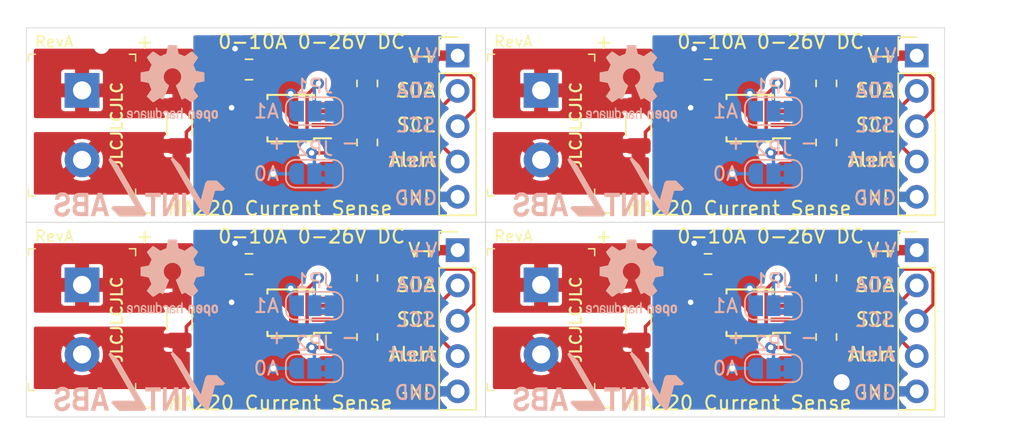
<source format=kicad_pcb>
(kicad_pcb (version 20171130) (host pcbnew 5.1.8)
  (layers (0 F.Cu signal) (31 B.Cu signal) (34 B.Paste user) (35 F.Paste user) (36 B.SilkS user) (37 F.SilkS user) (38 B.Mask user) (39 F.Mask user) (44 Edge.Cuts user))
  (net 0 "")
  (net 1 GND)
  (net 2 +3V3)
  (net 3 !ALERT)
  (net 4 SCL)
  (net 5 SDA)
  (net 6 Load-)
  (net 7 Load+)
  (net 8 A1)
  (net 9 A0)
  (module CurrentSenseModule:1.152mmHole (layer F.Cu) (at 199 69)
    (fp_text reference REF** hide)
    (fp_text value 1.152mmHole)
    (pad "" np_thru_hole circle (at 0 0) (size 1.152 1.152) (drill 1.152) (layers *.Cu *.Mask))
  )
  (module CurrentSenseModule:1.152mmHole (layer F.Cu) (at 145.8 44.8)
    (fp_text reference REF** hide)
    (fp_text value 1.152mmHole)
    (pad "" np_thru_hole circle (at 0 0) (size 1.152 1.152) (drill 1.152) (layers *.Cu *.Mask))
  )
  (module Symbol:OSHW-Logo2_7.3x6mm_SilkScreen (layer B.Cu) (at 150.9 47.5 180)
    (fp_text reference REF** hide)
    (fp_text value OSHW-Logo2_7.3x6mm_SilkScreen hide)
  )
  (module CurrentSenseModule:logo-name-4mm (layer B.Cu) (at 148.4 55 180)
    (fp_text reference G*** hide)
    (fp_text value LOGO hide)
  )
  (module Package_SO:MSOP-10_3x3mm_P0.5mm (layer F.Cu) (at 159.4 50 180)
    (fp_text reference U1 hide)
    (fp_text value INA220)
    (pad 10 smd rect (at 2.2 -1 180) (size 1.4 0.3) (layers F.Cu F.Paste F.Mask) (net 7 Load+))
    (pad 9 smd rect (at 2.2 -0.5 180) (size 1.4 0.3) (layers F.Cu F.Paste F.Mask) (net 6 Load-))
    (pad 8 smd rect (at 2.2 0 180) (size 1.4 0.3) (layers F.Cu F.Paste F.Mask) (net 7 Load+))
    (pad 7 smd rect (at 2.2 0.5 180) (size 1.4 0.3) (layers F.Cu F.Paste F.Mask) (net 1 GND))
    (pad 6 smd rect (at 2.2 1 180) (size 1.4 0.3) (layers F.Cu F.Paste F.Mask) (net 2 +3V3))
    (pad 5 smd rect (at -2.2 1 180) (size 1.4 0.3) (layers F.Cu F.Paste F.Mask) (net 4 SCL))
    (pad 4 smd rect (at -2.2 0.5 180) (size 1.4 0.3) (layers F.Cu F.Paste F.Mask) (net 5 SDA))
    (pad 3 smd rect (at -2.2 0 180) (size 1.4 0.3) (layers F.Cu F.Paste F.Mask) (net 3 !ALERT))
    (pad 2 smd rect (at -2.2 -0.5 180) (size 1.4 0.3) (layers F.Cu F.Paste F.Mask) (net 9 A0))
    (pad 1 smd rect (at -2.2 -1 180) (size 1.4 0.3) (layers F.Cu F.Paste F.Mask) (net 8 A1))
  )
  (module Resistor_SMD:R_0805_2012Metric (layer F.Cu) (at 164.9 47.5 270)
    (fp_text reference R3 hide)
    (fp_text value 10k)
    (pad 2 smd roundrect (at 0.9125 0 270) (size 1.025 1.4) (layers F.Cu F.Paste F.Mask) (roundrect_rratio 0.2439004878048781) (net 4 SCL))
    (pad 1 smd roundrect (at -0.9125 0 270) (size 1.025 1.4) (layers F.Cu F.Paste F.Mask) (roundrect_rratio 0.2439004878048781) (net 2 +3V3))
  )
  (module Resistor_SMD:R_0805_2012Metric (layer F.Cu) (at 164.9 51.75 90)
    (fp_text reference R2 hide)
    (fp_text value 10k)
    (pad 2 smd roundrect (at 0.9125 0 90) (size 1.025 1.4) (layers F.Cu F.Paste F.Mask) (roundrect_rratio 0.2439004878048781) (net 5 SDA))
    (pad 1 smd roundrect (at -0.9125 0 90) (size 1.025 1.4) (layers F.Cu F.Paste F.Mask) (roundrect_rratio 0.2439004878048781) (net 2 +3V3))
  )
  (module Resistor_SMD:R_1206_3216Metric (layer F.Cu) (at 151.4 50.5375 270)
    (fp_text reference R1 hide)
    (fp_text value 5mΩ)
    (pad 2 smd roundrect (at 1.4625 0 270) (size 1.125 1.75) (layers F.Cu F.Paste F.Mask) (roundrect_rratio 0.2222204444444444) (net 6 Load-))
    (pad 1 smd roundrect (at -1.4625 0 270) (size 1.125 1.75) (layers F.Cu F.Paste F.Mask) (roundrect_rratio 0.2222204444444444) (net 7 Load+))
  )
  (module Jumper:SolderJumper-3_P1.3mm_Bridged2Bar12_RoundedPad1.0x1.5mm_NumberLabels (layer B.Cu) (at 161.1 54 180)
    (fp_text reference JP2 (at 0 1.8) (layer B.SilkS) (effects (justify mirror)))
    (fp_text value SolderJumper_3_Bridged12)
    (fp_poly (pts (xy -0.9 -0.2) (xy -0.4 -0.2) (xy -0.4 -0.6) (xy -0.9 -0.6)) (layer B.Cu) (width 0))
    (fp_poly (pts (xy -0.9 0.6) (xy -0.4 0.6) (xy -0.4 0.2) (xy -0.9 0.2)) (layer B.Cu) (width 0))
    (pad 1 smd custom (at -1.3 0 180) (size 1 0.5) (layers B.Cu B.Mask) (net 1 GND) (options (clearance outline) (anchor rect)) (primitives (gr_circle (center 0 -0.25) (end 0.5 -0.25) (width 0)) (gr_circle (center 0 0.25) (end 0.5 0.25) (width 0)) (gr_poly (pts (xy 0.55 0.75) (xy 0 0.75) (xy 0 -0.75) (xy 0.55 -0.75)) (width 0))))
    (pad 2 smd rect (at 0 0 180) (size 1 1.5) (layers B.Cu B.Mask) (net 9 A0))
    (pad 3 smd custom (at 1.3 0 180) (size 1 0.5) (layers B.Cu B.Mask) (net 2 +3V3) (options (clearance outline) (anchor rect)) (primitives (gr_circle (center 0 -0.25) (end 0.5 -0.25) (width 0)) (gr_circle (center 0 0.25) (end 0.5 0.25) (width 0)) (gr_poly (pts (xy -0.55 0.75) (xy 0 0.75) (xy 0 -0.75) (xy -0.55 -0.75)) (width 0))))
  )
  (module Jumper:SolderJumper-3_P1.3mm_Bridged2Bar12_RoundedPad1.0x1.5mm_NumberLabels (layer B.Cu) (at 161.1 49.5 180)
    (fp_text reference JP1 (at 0 1.8) (layer B.SilkS) (effects (justify mirror)))
    (fp_text value SolderJumper_3_Bridged12)
    (fp_poly (pts (xy -0.9 -0.2) (xy -0.4 -0.2) (xy -0.4 -0.6) (xy -0.9 -0.6)) (layer B.Cu) (width 0))
    (fp_poly (pts (xy -0.9 0.6) (xy -0.4 0.6) (xy -0.4 0.2) (xy -0.9 0.2)) (layer B.Cu) (width 0))
    (pad 1 smd custom (at -1.3 0 180) (size 1 0.5) (layers B.Cu B.Mask) (net 1 GND) (options (clearance outline) (anchor rect)) (primitives (gr_circle (center 0 -0.25) (end 0.5 -0.25) (width 0)) (gr_circle (center 0 0.25) (end 0.5 0.25) (width 0)) (gr_poly (pts (xy 0.55 0.75) (xy 0 0.75) (xy 0 -0.75) (xy 0.55 -0.75)) (width 0))))
    (pad 2 smd rect (at 0 0 180) (size 1 1.5) (layers B.Cu B.Mask) (net 8 A1))
    (pad 3 smd custom (at 1.3 0 180) (size 1 0.5) (layers B.Cu B.Mask) (net 2 +3V3) (options (clearance outline) (anchor rect)) (primitives (gr_circle (center 0 -0.25) (end 0.5 -0.25) (width 0)) (gr_circle (center 0 0.25) (end 0.5 0.25) (width 0)) (gr_poly (pts (xy -0.55 0.75) (xy 0 0.75) (xy 0 -0.75) (xy -0.55 -0.75)) (width 0))))
  )
  (module digikey-footprints:Term_Block_1x2_P5mm (layer F.Cu) (at 144.4 48 270)
    (fp_text reference J2 hide)
    (fp_text value Screw_Terminal_01x02)
    (pad 2 thru_hole circle (at 5 0 270) (size 2.5 2.5) (drill 1.3) (layers *.Cu *.Mask) (net 6 Load-))
    (pad 1 thru_hole rect (at 0 0 270) (size 2.5 2.5) (drill 1.3) (layers *.Cu *.Mask) (net 7 Load+))
  )
  (module Connector_PinHeader_2.54mm:PinHeader_1x05_P2.54mm_Vertical (layer F.Cu) (at 171.4 45.5)
    (fp_text reference J1 hide)
    (fp_text value Conn_01x05_Female)
    (pad 5 thru_hole oval (at 0 10.16) (size 1.7 1.7) (drill 1) (layers *.Cu *.Mask) (net 1 GND))
    (pad 4 thru_hole oval (at 0 7.62) (size 1.7 1.7) (drill 1) (layers *.Cu *.Mask) (net 3 !ALERT))
    (pad 3 thru_hole oval (at 0 5.08) (size 1.7 1.7) (drill 1) (layers *.Cu *.Mask) (net 4 SCL))
    (pad 2 thru_hole oval (at 0 2.54) (size 1.7 1.7) (drill 1) (layers *.Cu *.Mask) (net 5 SDA))
    (pad 1 thru_hole rect (at 0 0) (size 1.7 1.7) (drill 1) (layers *.Cu *.Mask) (net 2 +3V3))
  )
  (module Capacitor_SMD:C_0805_2012Metric (layer F.Cu) (at 156.4 46.5 180)
    (fp_text reference C1 hide)
    (fp_text value 0.1uF)
    (pad 2 smd roundrect (at 0.95 0 180) (size 1 1.45) (layers F.Cu F.Paste F.Mask) (net 1 GND))
    (pad 1 smd roundrect (at -0.95 0 180) (size 1 1.45) (layers F.Cu F.Paste F.Mask) (net 2 +3V3))
  )
  (module Symbol:OSHW-Logo2_7.3x6mm_SilkScreen (layer B.Cu) (at 150.9 61.5 180)
    (fp_text reference REF** hide)
    (fp_text value OSHW-Logo2_7.3x6mm_SilkScreen hide)
  )
  (module CurrentSenseModule:logo-name-4mm (layer B.Cu) (at 148.4 69 180)
    (fp_text reference G*** hide)
    (fp_text value LOGO hide)
  )
  (module Package_SO:MSOP-10_3x3mm_P0.5mm (layer F.Cu) (at 159.4 64 180)
    (fp_text reference U21 hide)
    (fp_text value INA220)
    (pad 10 smd rect (at 2.2 -1 180) (size 1.4 0.3) (layers F.Cu F.Paste F.Mask) (net 7 Load+))
    (pad 9 smd rect (at 2.2 -0.5 180) (size 1.4 0.3) (layers F.Cu F.Paste F.Mask) (net 6 Load-))
    (pad 8 smd rect (at 2.2 0 180) (size 1.4 0.3) (layers F.Cu F.Paste F.Mask) (net 7 Load+))
    (pad 7 smd rect (at 2.2 0.5 180) (size 1.4 0.3) (layers F.Cu F.Paste F.Mask) (net 1 GND))
    (pad 6 smd rect (at 2.2 1 180) (size 1.4 0.3) (layers F.Cu F.Paste F.Mask) (net 2 +3V3))
    (pad 5 smd rect (at -2.2 1 180) (size 1.4 0.3) (layers F.Cu F.Paste F.Mask) (net 4 SCL))
    (pad 4 smd rect (at -2.2 0.5 180) (size 1.4 0.3) (layers F.Cu F.Paste F.Mask) (net 5 SDA))
    (pad 3 smd rect (at -2.2 0 180) (size 1.4 0.3) (layers F.Cu F.Paste F.Mask) (net 3 !ALERT))
    (pad 2 smd rect (at -2.2 -0.5 180) (size 1.4 0.3) (layers F.Cu F.Paste F.Mask) (net 9 A0))
    (pad 1 smd rect (at -2.2 -1 180) (size 1.4 0.3) (layers F.Cu F.Paste F.Mask) (net 8 A1))
  )
  (module Resistor_SMD:R_0805_2012Metric (layer F.Cu) (at 164.9 61.5 270)
    (fp_text reference R23 hide)
    (fp_text value 10k)
    (pad 2 smd roundrect (at 0.9125 0 270) (size 1.025 1.4) (layers F.Cu F.Paste F.Mask) (roundrect_rratio 0.2439004878048781) (net 4 SCL))
    (pad 1 smd roundrect (at -0.9125 0 270) (size 1.025 1.4) (layers F.Cu F.Paste F.Mask) (roundrect_rratio 0.2439004878048781) (net 2 +3V3))
  )
  (module Resistor_SMD:R_0805_2012Metric (layer F.Cu) (at 164.9 65.75 90)
    (fp_text reference R22 hide)
    (fp_text value 10k)
    (pad 2 smd roundrect (at 0.9125 0 90) (size 1.025 1.4) (layers F.Cu F.Paste F.Mask) (roundrect_rratio 0.2439004878048781) (net 5 SDA))
    (pad 1 smd roundrect (at -0.9125 0 90) (size 1.025 1.4) (layers F.Cu F.Paste F.Mask) (roundrect_rratio 0.2439004878048781) (net 2 +3V3))
  )
  (module Resistor_SMD:R_1206_3216Metric (layer F.Cu) (at 151.4 64.5375 270)
    (fp_text reference R21 hide)
    (fp_text value 5mΩ)
    (pad 2 smd roundrect (at 1.4625 0 270) (size 1.125 1.75) (layers F.Cu F.Paste F.Mask) (roundrect_rratio 0.2222204444444444) (net 6 Load-))
    (pad 1 smd roundrect (at -1.4625 0 270) (size 1.125 1.75) (layers F.Cu F.Paste F.Mask) (roundrect_rratio 0.2222204444444444) (net 7 Load+))
  )
  (module Jumper:SolderJumper-3_P1.3mm_Bridged2Bar12_RoundedPad1.0x1.5mm_NumberLabels (layer B.Cu) (at 161.1 68 180)
    (fp_text reference JP2 (at 0 1.8) (layer B.SilkS) (effects (justify mirror)))
    (fp_text value SolderJumper_3_Bridged12)
    (fp_poly (pts (xy -0.9 -0.2) (xy -0.4 -0.2) (xy -0.4 -0.6) (xy -0.9 -0.6)) (layer B.Cu) (width 0))
    (fp_poly (pts (xy -0.9 0.6) (xy -0.4 0.6) (xy -0.4 0.2) (xy -0.9 0.2)) (layer B.Cu) (width 0))
    (pad 1 smd custom (at -1.3 0 180) (size 1 0.5) (layers B.Cu B.Mask) (net 1 GND) (options (clearance outline) (anchor rect)) (primitives (gr_circle (center 0 -0.25) (end 0.5 -0.25) (width 0)) (gr_circle (center 0 0.25) (end 0.5 0.25) (width 0)) (gr_poly (pts (xy 0.55 0.75) (xy 0 0.75) (xy 0 -0.75) (xy 0.55 -0.75)) (width 0))))
    (pad 2 smd rect (at 0 0 180) (size 1 1.5) (layers B.Cu B.Mask) (net 9 A0))
    (pad 3 smd custom (at 1.3 0 180) (size 1 0.5) (layers B.Cu B.Mask) (net 2 +3V3) (options (clearance outline) (anchor rect)) (primitives (gr_circle (center 0 -0.25) (end 0.5 -0.25) (width 0)) (gr_circle (center 0 0.25) (end 0.5 0.25) (width 0)) (gr_poly (pts (xy -0.55 0.75) (xy 0 0.75) (xy 0 -0.75) (xy -0.55 -0.75)) (width 0))))
  )
  (module Jumper:SolderJumper-3_P1.3mm_Bridged2Bar12_RoundedPad1.0x1.5mm_NumberLabels (layer B.Cu) (at 161.1 63.5 180)
    (fp_text reference JP1 (at 0 1.8) (layer B.SilkS) (effects (justify mirror)))
    (fp_text value SolderJumper_3_Bridged12)
    (fp_poly (pts (xy -0.9 -0.2) (xy -0.4 -0.2) (xy -0.4 -0.6) (xy -0.9 -0.6)) (layer B.Cu) (width 0))
    (fp_poly (pts (xy -0.9 0.6) (xy -0.4 0.6) (xy -0.4 0.2) (xy -0.9 0.2)) (layer B.Cu) (width 0))
    (pad 1 smd custom (at -1.3 0 180) (size 1 0.5) (layers B.Cu B.Mask) (net 1 GND) (options (clearance outline) (anchor rect)) (primitives (gr_circle (center 0 -0.25) (end 0.5 -0.25) (width 0)) (gr_circle (center 0 0.25) (end 0.5 0.25) (width 0)) (gr_poly (pts (xy 0.55 0.75) (xy 0 0.75) (xy 0 -0.75) (xy 0.55 -0.75)) (width 0))))
    (pad 2 smd rect (at 0 0 180) (size 1 1.5) (layers B.Cu B.Mask) (net 8 A1))
    (pad 3 smd custom (at 1.3 0 180) (size 1 0.5) (layers B.Cu B.Mask) (net 2 +3V3) (options (clearance outline) (anchor rect)) (primitives (gr_circle (center 0 -0.25) (end 0.5 -0.25) (width 0)) (gr_circle (center 0 0.25) (end 0.5 0.25) (width 0)) (gr_poly (pts (xy -0.55 0.75) (xy 0 0.75) (xy 0 -0.75) (xy -0.55 -0.75)) (width 0))))
  )
  (module digikey-footprints:Term_Block_1x2_P5mm (layer F.Cu) (at 144.4 62 270)
    (fp_text reference J2 hide)
    (fp_text value Screw_Terminal_01x02)
    (pad 2 thru_hole circle (at 5 0 270) (size 2.5 2.5) (drill 1.3) (layers *.Cu *.Mask) (net 6 Load-))
    (pad 1 thru_hole rect (at 0 0 270) (size 2.5 2.5) (drill 1.3) (layers *.Cu *.Mask) (net 7 Load+))
  )
  (module Connector_PinHeader_2.54mm:PinHeader_1x05_P2.54mm_Vertical (layer F.Cu) (at 171.4 59.5)
    (fp_text reference J1 hide)
    (fp_text value Conn_01x05_Female)
    (pad 5 thru_hole oval (at 0 10.16) (size 1.7 1.7) (drill 1) (layers *.Cu *.Mask) (net 1 GND))
    (pad 4 thru_hole oval (at 0 7.62) (size 1.7 1.7) (drill 1) (layers *.Cu *.Mask) (net 3 !ALERT))
    (pad 3 thru_hole oval (at 0 5.08) (size 1.7 1.7) (drill 1) (layers *.Cu *.Mask) (net 4 SCL))
    (pad 2 thru_hole oval (at 0 2.54) (size 1.7 1.7) (drill 1) (layers *.Cu *.Mask) (net 5 SDA))
    (pad 1 thru_hole rect (at 0 0) (size 1.7 1.7) (drill 1) (layers *.Cu *.Mask) (net 2 +3V3))
  )
  (module Capacitor_SMD:C_0805_2012Metric (layer F.Cu) (at 156.4 60.5 180)
    (fp_text reference C21 hide)
    (fp_text value 0.1uF)
    (pad 2 smd roundrect (at 0.95 0 180) (size 1 1.45) (layers F.Cu F.Paste F.Mask) (net 1 GND))
    (pad 1 smd roundrect (at -0.95 0 180) (size 1 1.45) (layers F.Cu F.Paste F.Mask) (net 2 +3V3))
  )
  (module Symbol:OSHW-Logo2_7.3x6mm_SilkScreen (layer B.Cu) (at 183.9 47.5 180)
    (fp_text reference REF** hide)
    (fp_text value OSHW-Logo2_7.3x6mm_SilkScreen hide)
  )
  (module CurrentSenseModule:logo-name-4mm (layer B.Cu) (at 181.4 55 180)
    (fp_text reference G*** hide)
    (fp_text value LOGO hide)
  )
  (module Package_SO:MSOP-10_3x3mm_P0.5mm (layer F.Cu) (at 192.4 50 180)
    (fp_text reference U11 hide)
    (fp_text value INA220)
    (pad 10 smd rect (at 2.2 -1 180) (size 1.4 0.3) (layers F.Cu F.Paste F.Mask) (net 7 Load+))
    (pad 9 smd rect (at 2.2 -0.5 180) (size 1.4 0.3) (layers F.Cu F.Paste F.Mask) (net 6 Load-))
    (pad 8 smd rect (at 2.2 0 180) (size 1.4 0.3) (layers F.Cu F.Paste F.Mask) (net 7 Load+))
    (pad 7 smd rect (at 2.2 0.5 180) (size 1.4 0.3) (layers F.Cu F.Paste F.Mask) (net 1 GND))
    (pad 6 smd rect (at 2.2 1 180) (size 1.4 0.3) (layers F.Cu F.Paste F.Mask) (net 2 +3V3))
    (pad 5 smd rect (at -2.2 1 180) (size 1.4 0.3) (layers F.Cu F.Paste F.Mask) (net 4 SCL))
    (pad 4 smd rect (at -2.2 0.5 180) (size 1.4 0.3) (layers F.Cu F.Paste F.Mask) (net 5 SDA))
    (pad 3 smd rect (at -2.2 0 180) (size 1.4 0.3) (layers F.Cu F.Paste F.Mask) (net 3 !ALERT))
    (pad 2 smd rect (at -2.2 -0.5 180) (size 1.4 0.3) (layers F.Cu F.Paste F.Mask) (net 9 A0))
    (pad 1 smd rect (at -2.2 -1 180) (size 1.4 0.3) (layers F.Cu F.Paste F.Mask) (net 8 A1))
  )
  (module Resistor_SMD:R_0805_2012Metric (layer F.Cu) (at 197.9 47.5 270)
    (fp_text reference R13 hide)
    (fp_text value 10k)
    (pad 2 smd roundrect (at 0.9125 0 270) (size 1.025 1.4) (layers F.Cu F.Paste F.Mask) (roundrect_rratio 0.2439004878048781) (net 4 SCL))
    (pad 1 smd roundrect (at -0.9125 0 270) (size 1.025 1.4) (layers F.Cu F.Paste F.Mask) (roundrect_rratio 0.2439004878048781) (net 2 +3V3))
  )
  (module Resistor_SMD:R_0805_2012Metric (layer F.Cu) (at 197.9 51.75 90)
    (fp_text reference R12 hide)
    (fp_text value 10k)
    (pad 2 smd roundrect (at 0.9125 0 90) (size 1.025 1.4) (layers F.Cu F.Paste F.Mask) (roundrect_rratio 0.2439004878048781) (net 5 SDA))
    (pad 1 smd roundrect (at -0.9125 0 90) (size 1.025 1.4) (layers F.Cu F.Paste F.Mask) (roundrect_rratio 0.2439004878048781) (net 2 +3V3))
  )
  (module Resistor_SMD:R_1206_3216Metric (layer F.Cu) (at 184.4 50.5375 270)
    (fp_text reference R11 hide)
    (fp_text value 5mΩ)
    (pad 2 smd roundrect (at 1.4625 0 270) (size 1.125 1.75) (layers F.Cu F.Paste F.Mask) (roundrect_rratio 0.2222204444444444) (net 6 Load-))
    (pad 1 smd roundrect (at -1.4625 0 270) (size 1.125 1.75) (layers F.Cu F.Paste F.Mask) (roundrect_rratio 0.2222204444444444) (net 7 Load+))
  )
  (module Jumper:SolderJumper-3_P1.3mm_Bridged2Bar12_RoundedPad1.0x1.5mm_NumberLabels (layer B.Cu) (at 194.1 54 180)
    (fp_text reference JP2 (at 0 1.8) (layer B.SilkS) (effects (justify mirror)))
    (fp_text value SolderJumper_3_Bridged12)
    (fp_poly (pts (xy -0.9 -0.2) (xy -0.4 -0.2) (xy -0.4 -0.6) (xy -0.9 -0.6)) (layer B.Cu) (width 0))
    (fp_poly (pts (xy -0.9 0.6) (xy -0.4 0.6) (xy -0.4 0.2) (xy -0.9 0.2)) (layer B.Cu) (width 0))
    (pad 1 smd custom (at -1.3 0 180) (size 1 0.5) (layers B.Cu B.Mask) (net 1 GND) (options (clearance outline) (anchor rect)) (primitives (gr_circle (center 0 -0.25) (end 0.5 -0.25) (width 0)) (gr_circle (center 0 0.25) (end 0.5 0.25) (width 0)) (gr_poly (pts (xy 0.55 0.75) (xy 0 0.75) (xy 0 -0.75) (xy 0.55 -0.75)) (width 0))))
    (pad 2 smd rect (at 0 0 180) (size 1 1.5) (layers B.Cu B.Mask) (net 9 A0))
    (pad 3 smd custom (at 1.3 0 180) (size 1 0.5) (layers B.Cu B.Mask) (net 2 +3V3) (options (clearance outline) (anchor rect)) (primitives (gr_circle (center 0 -0.25) (end 0.5 -0.25) (width 0)) (gr_circle (center 0 0.25) (end 0.5 0.25) (width 0)) (gr_poly (pts (xy -0.55 0.75) (xy 0 0.75) (xy 0 -0.75) (xy -0.55 -0.75)) (width 0))))
  )
  (module Jumper:SolderJumper-3_P1.3mm_Bridged2Bar12_RoundedPad1.0x1.5mm_NumberLabels (layer B.Cu) (at 194.1 49.5 180)
    (fp_text reference JP1 (at 0 1.8) (layer B.SilkS) (effects (justify mirror)))
    (fp_text value SolderJumper_3_Bridged12)
    (fp_poly (pts (xy -0.9 -0.2) (xy -0.4 -0.2) (xy -0.4 -0.6) (xy -0.9 -0.6)) (layer B.Cu) (width 0))
    (fp_poly (pts (xy -0.9 0.6) (xy -0.4 0.6) (xy -0.4 0.2) (xy -0.9 0.2)) (layer B.Cu) (width 0))
    (pad 1 smd custom (at -1.3 0 180) (size 1 0.5) (layers B.Cu B.Mask) (net 1 GND) (options (clearance outline) (anchor rect)) (primitives (gr_circle (center 0 -0.25) (end 0.5 -0.25) (width 0)) (gr_circle (center 0 0.25) (end 0.5 0.25) (width 0)) (gr_poly (pts (xy 0.55 0.75) (xy 0 0.75) (xy 0 -0.75) (xy 0.55 -0.75)) (width 0))))
    (pad 2 smd rect (at 0 0 180) (size 1 1.5) (layers B.Cu B.Mask) (net 8 A1))
    (pad 3 smd custom (at 1.3 0 180) (size 1 0.5) (layers B.Cu B.Mask) (net 2 +3V3) (options (clearance outline) (anchor rect)) (primitives (gr_circle (center 0 -0.25) (end 0.5 -0.25) (width 0)) (gr_circle (center 0 0.25) (end 0.5 0.25) (width 0)) (gr_poly (pts (xy -0.55 0.75) (xy 0 0.75) (xy 0 -0.75) (xy -0.55 -0.75)) (width 0))))
  )
  (module digikey-footprints:Term_Block_1x2_P5mm (layer F.Cu) (at 177.4 48 270)
    (fp_text reference J2 hide)
    (fp_text value Screw_Terminal_01x02)
    (pad 2 thru_hole circle (at 5 0 270) (size 2.5 2.5) (drill 1.3) (layers *.Cu *.Mask) (net 6 Load-))
    (pad 1 thru_hole rect (at 0 0 270) (size 2.5 2.5) (drill 1.3) (layers *.Cu *.Mask) (net 7 Load+))
  )
  (module Connector_PinHeader_2.54mm:PinHeader_1x05_P2.54mm_Vertical (layer F.Cu) (at 204.4 45.5)
    (fp_text reference J1 hide)
    (fp_text value Conn_01x05_Female)
    (pad 5 thru_hole oval (at 0 10.16) (size 1.7 1.7) (drill 1) (layers *.Cu *.Mask) (net 1 GND))
    (pad 4 thru_hole oval (at 0 7.62) (size 1.7 1.7) (drill 1) (layers *.Cu *.Mask) (net 3 !ALERT))
    (pad 3 thru_hole oval (at 0 5.08) (size 1.7 1.7) (drill 1) (layers *.Cu *.Mask) (net 4 SCL))
    (pad 2 thru_hole oval (at 0 2.54) (size 1.7 1.7) (drill 1) (layers *.Cu *.Mask) (net 5 SDA))
    (pad 1 thru_hole rect (at 0 0) (size 1.7 1.7) (drill 1) (layers *.Cu *.Mask) (net 2 +3V3))
  )
  (module Capacitor_SMD:C_0805_2012Metric (layer F.Cu) (at 189.4 46.5 180)
    (fp_text reference C11 hide)
    (fp_text value 0.1uF)
    (pad 2 smd roundrect (at 0.95 0 180) (size 1 1.45) (layers F.Cu F.Paste F.Mask) (net 1 GND))
    (pad 1 smd roundrect (at -0.95 0 180) (size 1 1.45) (layers F.Cu F.Paste F.Mask) (net 2 +3V3))
  )
  (module Symbol:OSHW-Logo2_7.3x6mm_SilkScreen (layer B.Cu) (at 183.9 61.5 180)
    (fp_text reference REF** hide)
    (fp_text value OSHW-Logo2_7.3x6mm_SilkScreen hide)
  )
  (module CurrentSenseModule:logo-name-4mm (layer B.Cu) (at 181.4 69 180)
    (fp_text reference G*** hide)
    (fp_text value LOGO hide)
  )
  (module Package_SO:MSOP-10_3x3mm_P0.5mm (layer F.Cu) (at 192.4 64 180)
    (fp_text reference U31 hide)
    (fp_text value INA220)
    (pad 10 smd rect (at 2.2 -1 180) (size 1.4 0.3) (layers F.Cu F.Paste F.Mask) (net 7 Load+))
    (pad 9 smd rect (at 2.2 -0.5 180) (size 1.4 0.3) (layers F.Cu F.Paste F.Mask) (net 6 Load-))
    (pad 8 smd rect (at 2.2 0 180) (size 1.4 0.3) (layers F.Cu F.Paste F.Mask) (net 7 Load+))
    (pad 7 smd rect (at 2.2 0.5 180) (size 1.4 0.3) (layers F.Cu F.Paste F.Mask) (net 1 GND))
    (pad 6 smd rect (at 2.2 1 180) (size 1.4 0.3) (layers F.Cu F.Paste F.Mask) (net 2 +3V3))
    (pad 5 smd rect (at -2.2 1 180) (size 1.4 0.3) (layers F.Cu F.Paste F.Mask) (net 4 SCL))
    (pad 4 smd rect (at -2.2 0.5 180) (size 1.4 0.3) (layers F.Cu F.Paste F.Mask) (net 5 SDA))
    (pad 3 smd rect (at -2.2 0 180) (size 1.4 0.3) (layers F.Cu F.Paste F.Mask) (net 3 !ALERT))
    (pad 2 smd rect (at -2.2 -0.5 180) (size 1.4 0.3) (layers F.Cu F.Paste F.Mask) (net 9 A0))
    (pad 1 smd rect (at -2.2 -1 180) (size 1.4 0.3) (layers F.Cu F.Paste F.Mask) (net 8 A1))
  )
  (module Resistor_SMD:R_0805_2012Metric (layer F.Cu) (at 197.9 61.5 270)
    (fp_text reference R33 hide)
    (fp_text value 10k)
    (pad 2 smd roundrect (at 0.9125 0 270) (size 1.025 1.4) (layers F.Cu F.Paste F.Mask) (roundrect_rratio 0.2439004878048781) (net 4 SCL))
    (pad 1 smd roundrect (at -0.9125 0 270) (size 1.025 1.4) (layers F.Cu F.Paste F.Mask) (roundrect_rratio 0.2439004878048781) (net 2 +3V3))
  )
  (module Resistor_SMD:R_0805_2012Metric (layer F.Cu) (at 197.9 65.75 90)
    (fp_text reference R32 hide)
    (fp_text value 10k)
    (pad 2 smd roundrect (at 0.9125 0 90) (size 1.025 1.4) (layers F.Cu F.Paste F.Mask) (roundrect_rratio 0.2439004878048781) (net 5 SDA))
    (pad 1 smd roundrect (at -0.9125 0 90) (size 1.025 1.4) (layers F.Cu F.Paste F.Mask) (roundrect_rratio 0.2439004878048781) (net 2 +3V3))
  )
  (module Resistor_SMD:R_1206_3216Metric (layer F.Cu) (at 184.4 64.5375 270)
    (fp_text reference R31 hide)
    (fp_text value 5mΩ)
    (pad 2 smd roundrect (at 1.4625 0 270) (size 1.125 1.75) (layers F.Cu F.Paste F.Mask) (roundrect_rratio 0.2222204444444444) (net 6 Load-))
    (pad 1 smd roundrect (at -1.4625 0 270) (size 1.125 1.75) (layers F.Cu F.Paste F.Mask) (roundrect_rratio 0.2222204444444444) (net 7 Load+))
  )
  (module Jumper:SolderJumper-3_P1.3mm_Bridged2Bar12_RoundedPad1.0x1.5mm_NumberLabels (layer B.Cu) (at 194.1 68 180)
    (fp_text reference JP2 (at 0 1.8) (layer B.SilkS) (effects (justify mirror)))
    (fp_text value SolderJumper_3_Bridged12)
    (fp_poly (pts (xy -0.9 -0.2) (xy -0.4 -0.2) (xy -0.4 -0.6) (xy -0.9 -0.6)) (layer B.Cu) (width 0))
    (fp_poly (pts (xy -0.9 0.6) (xy -0.4 0.6) (xy -0.4 0.2) (xy -0.9 0.2)) (layer B.Cu) (width 0))
    (pad 1 smd custom (at -1.3 0 180) (size 1 0.5) (layers B.Cu B.Mask) (net 1 GND) (options (clearance outline) (anchor rect)) (primitives (gr_circle (center 0 -0.25) (end 0.5 -0.25) (width 0)) (gr_circle (center 0 0.25) (end 0.5 0.25) (width 0)) (gr_poly (pts (xy 0.55 0.75) (xy 0 0.75) (xy 0 -0.75) (xy 0.55 -0.75)) (width 0))))
    (pad 2 smd rect (at 0 0 180) (size 1 1.5) (layers B.Cu B.Mask) (net 9 A0))
    (pad 3 smd custom (at 1.3 0 180) (size 1 0.5) (layers B.Cu B.Mask) (net 2 +3V3) (options (clearance outline) (anchor rect)) (primitives (gr_circle (center 0 -0.25) (end 0.5 -0.25) (width 0)) (gr_circle (center 0 0.25) (end 0.5 0.25) (width 0)) (gr_poly (pts (xy -0.55 0.75) (xy 0 0.75) (xy 0 -0.75) (xy -0.55 -0.75)) (width 0))))
  )
  (module Jumper:SolderJumper-3_P1.3mm_Bridged2Bar12_RoundedPad1.0x1.5mm_NumberLabels (layer B.Cu) (at 194.1 63.5 180)
    (fp_text reference JP1 (at 0 1.8) (layer B.SilkS) (effects (justify mirror)))
    (fp_text value SolderJumper_3_Bridged12)
    (fp_poly (pts (xy -0.9 -0.2) (xy -0.4 -0.2) (xy -0.4 -0.6) (xy -0.9 -0.6)) (layer B.Cu) (width 0))
    (fp_poly (pts (xy -0.9 0.6) (xy -0.4 0.6) (xy -0.4 0.2) (xy -0.9 0.2)) (layer B.Cu) (width 0))
    (pad 1 smd custom (at -1.3 0 180) (size 1 0.5) (layers B.Cu B.Mask) (net 1 GND) (options (clearance outline) (anchor rect)) (primitives (gr_circle (center 0 -0.25) (end 0.5 -0.25) (width 0)) (gr_circle (center 0 0.25) (end 0.5 0.25) (width 0)) (gr_poly (pts (xy 0.55 0.75) (xy 0 0.75) (xy 0 -0.75) (xy 0.55 -0.75)) (width 0))))
    (pad 2 smd rect (at 0 0 180) (size 1 1.5) (layers B.Cu B.Mask) (net 8 A1))
    (pad 3 smd custom (at 1.3 0 180) (size 1 0.5) (layers B.Cu B.Mask) (net 2 +3V3) (options (clearance outline) (anchor rect)) (primitives (gr_circle (center 0 -0.25) (end 0.5 -0.25) (width 0)) (gr_circle (center 0 0.25) (end 0.5 0.25) (width 0)) (gr_poly (pts (xy -0.55 0.75) (xy 0 0.75) (xy 0 -0.75) (xy -0.55 -0.75)) (width 0))))
  )
  (module digikey-footprints:Term_Block_1x2_P5mm (layer F.Cu) (at 177.4 62 270)
    (fp_text reference J2 hide)
    (fp_text value Screw_Terminal_01x02)
    (pad 2 thru_hole circle (at 5 0 270) (size 2.5 2.5) (drill 1.3) (layers *.Cu *.Mask) (net 6 Load-))
    (pad 1 thru_hole rect (at 0 0 270) (size 2.5 2.5) (drill 1.3) (layers *.Cu *.Mask) (net 7 Load+))
  )
  (module Connector_PinHeader_2.54mm:PinHeader_1x05_P2.54mm_Vertical (layer F.Cu) (at 204.4 59.5)
    (fp_text reference J1 hide)
    (fp_text value Conn_01x05_Female)
    (pad 5 thru_hole oval (at 0 10.16) (size 1.7 1.7) (drill 1) (layers *.Cu *.Mask) (net 1 GND))
    (pad 4 thru_hole oval (at 0 7.62) (size 1.7 1.7) (drill 1) (layers *.Cu *.Mask) (net 3 !ALERT))
    (pad 3 thru_hole oval (at 0 5.08) (size 1.7 1.7) (drill 1) (layers *.Cu *.Mask) (net 4 SCL))
    (pad 2 thru_hole oval (at 0 2.54) (size 1.7 1.7) (drill 1) (layers *.Cu *.Mask) (net 5 SDA))
    (pad 1 thru_hole rect (at 0 0) (size 1.7 1.7) (drill 1) (layers *.Cu *.Mask) (net 2 +3V3))
  )
  (module Capacitor_SMD:C_0805_2012Metric (layer F.Cu) (at 189.4 60.5 180)
    (fp_text reference C31 hide)
    (fp_text value 0.1uF)
    (pad 2 smd roundrect (at 0.95 0 180) (size 1 1.45) (layers F.Cu F.Paste F.Mask) (net 1 GND))
    (pad 1 smd roundrect (at -0.95 0 180) (size 1 1.45) (layers F.Cu F.Paste F.Mask) (net 2 +3V3))
  )
  (gr_text JLCJLCJLC (at 146.9 50.5 90) (layer F.SilkS) (effects (font (size 0.8 0.8))))
  (gr_text RevA (at 142.4 44.5) (layer F.SilkS) (effects (font (size 0.8 0.8) (thickness 0.11))))
  (gr_text "0-10A 0-26V DC" (at 160.9 44.5) (layer F.SilkS) (effects (font (size 1 1))))
  (gr_text "INA220 Current Sense" (at 158.4 56.5) (layer F.SilkS) (effects (font (size 1 1))))
  (gr_text GND (at 168.4 55.75) (layer B.SilkS) (effects (font (size 1 1)) (justify mirror)))
  (gr_text Alert (at 168.15 53) (layer B.SilkS) (effects (font (size 1 1)) (justify mirror)))
  (gr_text SCL (at 168.4 50.5) (layer B.SilkS) (effects (font (size 1 1)) (justify mirror)))
  (gr_text SDA (at 168.4 48) (layer B.SilkS) (effects (font (size 1 1)) (justify mirror)))
  (gr_text V+ (at 168.9 45.5) (layer B.SilkS) (effects (font (size 1 1)) (justify mirror)))
  (gr_text GND (at 168.4 55.75) (layer F.SilkS) (effects (font (size 1 1))))
  (gr_text Alert (at 168.15 53) (layer F.SilkS) (effects (font (size 1 1))))
  (gr_text SCL (at 168.4 50.5) (layer F.SilkS) (effects (font (size 1 1))))
  (gr_text SDA (at 168.4 48) (layer F.SilkS) (effects (font (size 1 1))))
  (gr_text V+ (at 168.9 45.5) (layer F.SilkS) (effects (font (size 1 1))))
  (gr_text - (at 148.9 56.75) (layer F.SilkS) (effects (font (size 1 1))))
  (gr_text + (at 148.9 44.5) (layer F.SilkS) (effects (font (size 1 1))))
  (gr_text A0 (at 157.65 54) (layer B.SilkS) (effects (font (size 1 1)) (justify mirror)))
  (gr_text A1 (at 157.65 49.5) (layer B.SilkS) (effects (font (size 1 1)) (justify mirror)))
  (gr_text - (at 163.65 51.75) (layer B.SilkS) (effects (font (size 1 1)) (justify mirror)))
  (gr_text + (at 158.4 51.75) (layer B.SilkS) (effects (font (size 1 1)) (justify mirror)))
  (gr_line (start 140.4 57.5) (end 140.4 43.5) (layer Edge.Cuts) (width 0.05))
  (gr_line (start 173.4 57.5) (end 140.4 57.5) (layer Edge.Cuts) (width 0.05))
  (gr_line (start 173.4 43.5) (end 173.4 57.5) (layer Edge.Cuts) (width 0.05))
  (gr_line (start 140.4 43.5) (end 173.4 43.5) (layer Edge.Cuts) (width 0.05))
  (gr_text JLCJLCJLC (at 146.9 64.5 90) (layer F.SilkS) (effects (font (size 0.8 0.8))))
  (gr_text RevA (at 142.4 58.5) (layer F.SilkS) (effects (font (size 0.8 0.8) (thickness 0.11))))
  (gr_text "0-10A 0-26V DC" (at 160.9 58.5) (layer F.SilkS) (effects (font (size 1 1))))
  (gr_text "INA220 Current Sense" (at 158.4 70.5) (layer F.SilkS) (effects (font (size 1 1))))
  (gr_text GND (at 168.4 69.75) (layer B.SilkS) (effects (font (size 1 1)) (justify mirror)))
  (gr_text Alert (at 168.15 67) (layer B.SilkS) (effects (font (size 1 1)) (justify mirror)))
  (gr_text SCL (at 168.4 64.5) (layer B.SilkS) (effects (font (size 1 1)) (justify mirror)))
  (gr_text SDA (at 168.4 62) (layer B.SilkS) (effects (font (size 1 1)) (justify mirror)))
  (gr_text V+ (at 168.9 59.5) (layer B.SilkS) (effects (font (size 1 1)) (justify mirror)))
  (gr_text GND (at 168.4 69.75) (layer F.SilkS) (effects (font (size 1 1))))
  (gr_text Alert (at 168.15 67) (layer F.SilkS) (effects (font (size 1 1))))
  (gr_text SCL (at 168.4 64.5) (layer F.SilkS) (effects (font (size 1 1))))
  (gr_text SDA (at 168.4 62) (layer F.SilkS) (effects (font (size 1 1))))
  (gr_text V+ (at 168.9 59.5) (layer F.SilkS) (effects (font (size 1 1))))
  (gr_text - (at 148.9 70.75) (layer F.SilkS) (effects (font (size 1 1))))
  (gr_text + (at 148.9 58.5) (layer F.SilkS) (effects (font (size 1 1))))
  (gr_text A0 (at 157.65 68) (layer B.SilkS) (effects (font (size 1 1)) (justify mirror)))
  (gr_text A1 (at 157.65 63.5) (layer B.SilkS) (effects (font (size 1 1)) (justify mirror)))
  (gr_text - (at 163.65 65.75) (layer B.SilkS) (effects (font (size 1 1)) (justify mirror)))
  (gr_text + (at 158.4 65.75) (layer B.SilkS) (effects (font (size 1 1)) (justify mirror)))
  (gr_line (start 140.4 71.5) (end 140.4 57.5) (layer Edge.Cuts) (width 0.05))
  (gr_line (start 173.4 71.5) (end 140.4 71.5) (layer Edge.Cuts) (width 0.05))
  (gr_line (start 173.4 57.5) (end 173.4 71.5) (layer Edge.Cuts) (width 0.05))
  (gr_line (start 140.4 57.5) (end 173.4 57.5) (layer Edge.Cuts) (width 0.05))
  (gr_text JLCJLCJLC (at 179.9 50.5 90) (layer F.SilkS) (effects (font (size 0.8 0.8))))
  (gr_text RevA (at 175.4 44.5) (layer F.SilkS) (effects (font (size 0.8 0.8) (thickness 0.11))))
  (gr_text "0-10A 0-26V DC" (at 193.9 44.5) (layer F.SilkS) (effects (font (size 1 1))))
  (gr_text "INA220 Current Sense" (at 191.4 56.5) (layer F.SilkS) (effects (font (size 1 1))))
  (gr_text GND (at 201.4 55.75) (layer B.SilkS) (effects (font (size 1 1)) (justify mirror)))
  (gr_text Alert (at 201.15 53) (layer B.SilkS) (effects (font (size 1 1)) (justify mirror)))
  (gr_text SCL (at 201.4 50.5) (layer B.SilkS) (effects (font (size 1 1)) (justify mirror)))
  (gr_text SDA (at 201.4 48) (layer B.SilkS) (effects (font (size 1 1)) (justify mirror)))
  (gr_text V+ (at 201.9 45.5) (layer B.SilkS) (effects (font (size 1 1)) (justify mirror)))
  (gr_text GND (at 201.4 55.75) (layer F.SilkS) (effects (font (size 1 1))))
  (gr_text Alert (at 201.15 53) (layer F.SilkS) (effects (font (size 1 1))))
  (gr_text SCL (at 201.4 50.5) (layer F.SilkS) (effects (font (size 1 1))))
  (gr_text SDA (at 201.4 48) (layer F.SilkS) (effects (font (size 1 1))))
  (gr_text V+ (at 201.9 45.5) (layer F.SilkS) (effects (font (size 1 1))))
  (gr_text - (at 181.9 56.75) (layer F.SilkS) (effects (font (size 1 1))))
  (gr_text + (at 181.9 44.5) (layer F.SilkS) (effects (font (size 1 1))))
  (gr_text A0 (at 190.65 54) (layer B.SilkS) (effects (font (size 1 1)) (justify mirror)))
  (gr_text A1 (at 190.65 49.5) (layer B.SilkS) (effects (font (size 1 1)) (justify mirror)))
  (gr_text - (at 196.65 51.75) (layer B.SilkS) (effects (font (size 1 1)) (justify mirror)))
  (gr_text + (at 191.4 51.75) (layer B.SilkS) (effects (font (size 1 1)) (justify mirror)))
  (gr_line (start 173.4 57.5) (end 173.4 43.5) (layer Edge.Cuts) (width 0.05))
  (gr_line (start 206.4 57.5) (end 173.4 57.5) (layer Edge.Cuts) (width 0.05))
  (gr_line (start 206.4 43.5) (end 206.4 57.5) (layer Edge.Cuts) (width 0.05))
  (gr_line (start 173.4 43.5) (end 206.4 43.5) (layer Edge.Cuts) (width 0.05))
  (gr_text JLCJLCJLC (at 179.9 64.5 90) (layer F.SilkS) (effects (font (size 0.8 0.8))))
  (gr_text RevA (at 175.4 58.5) (layer F.SilkS) (effects (font (size 0.8 0.8) (thickness 0.11))))
  (gr_text "0-10A 0-26V DC" (at 193.9 58.5) (layer F.SilkS) (effects (font (size 1 1))))
  (gr_text "INA220 Current Sense" (at 191.4 70.5) (layer F.SilkS) (effects (font (size 1 1))))
  (gr_text GND (at 201.4 69.75) (layer B.SilkS) (effects (font (size 1 1)) (justify mirror)))
  (gr_text Alert (at 201.15 67) (layer B.SilkS) (effects (font (size 1 1)) (justify mirror)))
  (gr_text SCL (at 201.4 64.5) (layer B.SilkS) (effects (font (size 1 1)) (justify mirror)))
  (gr_text SDA (at 201.4 62) (layer B.SilkS) (effects (font (size 1 1)) (justify mirror)))
  (gr_text V+ (at 201.9 59.5) (layer B.SilkS) (effects (font (size 1 1)) (justify mirror)))
  (gr_text GND (at 201.4 69.75) (layer F.SilkS) (effects (font (size 1 1))))
  (gr_text Alert (at 201.15 67) (layer F.SilkS) (effects (font (size 1 1))))
  (gr_text SCL (at 201.4 64.5) (layer F.SilkS) (effects (font (size 1 1))))
  (gr_text SDA (at 201.4 62) (layer F.SilkS) (effects (font (size 1 1))))
  (gr_text V+ (at 201.9 59.5) (layer F.SilkS) (effects (font (size 1 1))))
  (gr_text - (at 181.9 70.75) (layer F.SilkS) (effects (font (size 1 1))))
  (gr_text + (at 181.9 58.5) (layer F.SilkS) (effects (font (size 1 1))))
  (gr_text A0 (at 190.65 68) (layer B.SilkS) (effects (font (size 1 1)) (justify mirror)))
  (gr_text A1 (at 190.65 63.5) (layer B.SilkS) (effects (font (size 1 1)) (justify mirror)))
  (gr_text - (at 196.65 65.75) (layer B.SilkS) (effects (font (size 1 1)) (justify mirror)))
  (gr_text + (at 191.4 65.75) (layer B.SilkS) (effects (font (size 1 1)) (justify mirror)))
  (gr_line (start 173.4 71.5) (end 173.4 57.5) (layer Edge.Cuts) (width 0.05))
  (gr_line (start 206.4 71.5) (end 173.4 71.5) (layer Edge.Cuts) (width 0.05))
  (gr_line (start 206.4 57.5) (end 206.4 71.5) (layer Edge.Cuts) (width 0.05))
  (gr_line (start 173.4 57.5) (end 206.4 57.5) (layer Edge.Cuts) (width 0.05))
  (via (at 155.4 45) (size 0.8) (drill 0.4) (layers F.Cu B.Cu) (net 1))
  (segment (start 155.45 45.05) (end 155.4 45) (width 0.25) (layer F.Cu) (net 1))
  (segment (start 155.45 46.5) (end 155.45 45.05) (width 0.25) (layer F.Cu) (net 1))
  (via (at 155.15 49.25) (size 0.8) (drill 0.4) (layers F.Cu B.Cu) (net 1))
  (segment (start 155.4 49.5) (end 157.2 49.5) (width 0.25) (layer F.Cu) (net 1))
  (segment (start 155.15 49.25) (end 155.4 49.5) (width 0.25) (layer F.Cu) (net 1))
  (via (at 155.4 59) (size 0.8) (drill 0.4) (layers F.Cu B.Cu) (net 1))
  (segment (start 155.45 59.05) (end 155.4 59) (width 0.25) (layer F.Cu) (net 1))
  (segment (start 155.45 60.5) (end 155.45 59.05) (width 0.25) (layer F.Cu) (net 1))
  (via (at 155.15 63.25) (size 0.8) (drill 0.4) (layers F.Cu B.Cu) (net 1))
  (segment (start 155.4 63.5) (end 157.2 63.5) (width 0.25) (layer F.Cu) (net 1))
  (segment (start 155.15 63.25) (end 155.4 63.5) (width 0.25) (layer F.Cu) (net 1))
  (via (at 188.4 45) (size 0.8) (drill 0.4) (layers F.Cu B.Cu) (net 1))
  (segment (start 188.45 45.05) (end 188.4 45) (width 0.25) (layer F.Cu) (net 1))
  (segment (start 188.45 46.5) (end 188.45 45.05) (width 0.25) (layer F.Cu) (net 1))
  (via (at 188.15 49.25) (size 0.8) (drill 0.4) (layers F.Cu B.Cu) (net 1))
  (segment (start 188.4 49.5) (end 190.2 49.5) (width 0.25) (layer F.Cu) (net 1))
  (segment (start 188.15 49.25) (end 188.4 49.5) (width 0.25) (layer F.Cu) (net 1))
  (via (at 188.4 59) (size 0.8) (drill 0.4) (layers F.Cu B.Cu) (net 1))
  (segment (start 188.45 59.05) (end 188.4 59) (width 0.25) (layer F.Cu) (net 1))
  (segment (start 188.45 60.5) (end 188.45 59.05) (width 0.25) (layer F.Cu) (net 1))
  (via (at 188.15 63.25) (size 0.8) (drill 0.4) (layers F.Cu B.Cu) (net 1))
  (segment (start 188.4 63.5) (end 190.2 63.5) (width 0.25) (layer F.Cu) (net 1))
  (segment (start 188.15 63.25) (end 188.4 63.5) (width 0.25) (layer F.Cu) (net 1))
  (via (at 158.15 54) (size 0.8) (drill 0.4) (layers F.Cu B.Cu) (net 2))
  (segment (start 158.15 54) (end 159.8 54) (width 0.25) (layer B.Cu) (net 2))
  (segment (start 157.2 49) (end 156.4 49) (width 0.25) (layer F.Cu) (net 2))
  (segment (start 156.4 49) (end 155.9 48.5) (width 0.25) (layer F.Cu) (net 2))
  (via (at 159.4 48.25) (size 0.8) (drill 0.4) (layers F.Cu B.Cu) (net 2))
  (segment (start 159.4 49.1) (end 159.8 49.5) (width 0.25) (layer B.Cu) (net 2))
  (segment (start 159.4 48.25) (end 159.4 49.1) (width 0.25) (layer B.Cu) (net 2))
  (via (at 158.15 68) (size 0.8) (drill 0.4) (layers F.Cu B.Cu) (net 2))
  (segment (start 158.15 68) (end 159.8 68) (width 0.25) (layer B.Cu) (net 2))
  (segment (start 157.2 63) (end 156.4 63) (width 0.25) (layer F.Cu) (net 2))
  (segment (start 156.4 63) (end 155.9 62.5) (width 0.25) (layer F.Cu) (net 2))
  (via (at 159.4 62.25) (size 0.8) (drill 0.4) (layers F.Cu B.Cu) (net 2))
  (segment (start 159.4 63.1) (end 159.8 63.5) (width 0.25) (layer B.Cu) (net 2))
  (segment (start 159.4 62.25) (end 159.4 63.1) (width 0.25) (layer B.Cu) (net 2))
  (via (at 191.15 54) (size 0.8) (drill 0.4) (layers F.Cu B.Cu) (net 2))
  (segment (start 191.15 54) (end 192.8 54) (width 0.25) (layer B.Cu) (net 2))
  (segment (start 190.2 49) (end 189.4 49) (width 0.25) (layer F.Cu) (net 2))
  (segment (start 189.4 49) (end 188.9 48.5) (width 0.25) (layer F.Cu) (net 2))
  (via (at 192.4 48.25) (size 0.8) (drill 0.4) (layers F.Cu B.Cu) (net 2))
  (segment (start 192.4 49.1) (end 192.8 49.5) (width 0.25) (layer B.Cu) (net 2))
  (segment (start 192.4 48.25) (end 192.4 49.1) (width 0.25) (layer B.Cu) (net 2))
  (via (at 191.15 68) (size 0.8) (drill 0.4) (layers F.Cu B.Cu) (net 2))
  (segment (start 191.15 68) (end 192.8 68) (width 0.25) (layer B.Cu) (net 2))
  (segment (start 190.2 63) (end 189.4 63) (width 0.25) (layer F.Cu) (net 2))
  (segment (start 189.4 63) (end 188.9 62.5) (width 0.25) (layer F.Cu) (net 2))
  (via (at 192.4 62.25) (size 0.8) (drill 0.4) (layers F.Cu B.Cu) (net 2))
  (segment (start 192.4 63.1) (end 192.8 63.5) (width 0.25) (layer B.Cu) (net 2))
  (segment (start 192.4 62.25) (end 192.4 63.1) (width 0.25) (layer B.Cu) (net 2))
  (segment (start 170.10499 51.82499) (end 171.4 53.12) (width 0.25) (layer F.Cu) (net 3))
  (segment (start 163.87499 51.33818) (end 164.3618 51.82499) (width 0.25) (layer F.Cu) (net 3))
  (segment (start 164.3618 51.82499) (end 170.10499 51.82499) (width 0.25) (layer F.Cu) (net 3))
  (segment (start 163.87499 50.83858) (end 163.87499 51.33818) (width 0.25) (layer F.Cu) (net 3))
  (segment (start 163.03641 50) (end 163.87499 50.83858) (width 0.25) (layer F.Cu) (net 3))
  (segment (start 161.6 50) (end 163.03641 50) (width 0.25) (layer F.Cu) (net 3))
  (segment (start 170.10499 65.82499) (end 171.4 67.12) (width 0.25) (layer F.Cu) (net 3))
  (segment (start 163.87499 65.33818) (end 164.3618 65.82499) (width 0.25) (layer F.Cu) (net 3))
  (segment (start 164.3618 65.82499) (end 170.10499 65.82499) (width 0.25) (layer F.Cu) (net 3))
  (segment (start 163.87499 64.83858) (end 163.87499 65.33818) (width 0.25) (layer F.Cu) (net 3))
  (segment (start 163.03641 64) (end 163.87499 64.83858) (width 0.25) (layer F.Cu) (net 3))
  (segment (start 161.6 64) (end 163.03641 64) (width 0.25) (layer F.Cu) (net 3))
  (segment (start 203.10499 51.82499) (end 204.4 53.12) (width 0.25) (layer F.Cu) (net 3))
  (segment (start 196.87499 51.33818) (end 197.3618 51.82499) (width 0.25) (layer F.Cu) (net 3))
  (segment (start 197.3618 51.82499) (end 203.10499 51.82499) (width 0.25) (layer F.Cu) (net 3))
  (segment (start 196.87499 50.83858) (end 196.87499 51.33818) (width 0.25) (layer F.Cu) (net 3))
  (segment (start 196.03641 50) (end 196.87499 50.83858) (width 0.25) (layer F.Cu) (net 3))
  (segment (start 194.6 50) (end 196.03641 50) (width 0.25) (layer F.Cu) (net 3))
  (segment (start 203.10499 65.82499) (end 204.4 67.12) (width 0.25) (layer F.Cu) (net 3))
  (segment (start 196.87499 65.33818) (end 197.3618 65.82499) (width 0.25) (layer F.Cu) (net 3))
  (segment (start 197.3618 65.82499) (end 203.10499 65.82499) (width 0.25) (layer F.Cu) (net 3))
  (segment (start 196.87499 64.83858) (end 196.87499 65.33818) (width 0.25) (layer F.Cu) (net 3))
  (segment (start 196.03641 64) (end 196.87499 64.83858) (width 0.25) (layer F.Cu) (net 3))
  (segment (start 194.6 64) (end 196.03641 64) (width 0.25) (layer F.Cu) (net 3))
  (segment (start 172.264999 46.864999) (end 167.535001 46.864999) (width 0.25) (layer F.Cu) (net 4))
  (segment (start 171.4 50.58) (end 172.575001 49.404999) (width 0.25) (layer F.Cu) (net 4))
  (segment (start 172.575001 47.175001) (end 172.264999 46.864999) (width 0.25) (layer F.Cu) (net 4))
  (segment (start 172.575001 49.404999) (end 172.575001 47.175001) (width 0.25) (layer F.Cu) (net 4))
  (segment (start 165.9875 48.4125) (end 164.9 48.4125) (width 0.25) (layer F.Cu) (net 4))
  (segment (start 167.535001 46.864999) (end 165.9875 48.4125) (width 0.25) (layer F.Cu) (net 4))
  (segment (start 164.9 48.4125) (end 163.7375 48.4125) (width 0.25) (layer F.Cu) (net 4))
  (segment (start 163.15 49) (end 161.6 49) (width 0.25) (layer F.Cu) (net 4))
  (segment (start 163.7375 48.4125) (end 163.15 49) (width 0.25) (layer F.Cu) (net 4))
  (segment (start 172.264999 60.864999) (end 167.535001 60.864999) (width 0.25) (layer F.Cu) (net 4))
  (segment (start 171.4 64.58) (end 172.575001 63.404999) (width 0.25) (layer F.Cu) (net 4))
  (segment (start 172.575001 61.175001) (end 172.264999 60.864999) (width 0.25) (layer F.Cu) (net 4))
  (segment (start 172.575001 63.404999) (end 172.575001 61.175001) (width 0.25) (layer F.Cu) (net 4))
  (segment (start 165.9875 62.4125) (end 164.9 62.4125) (width 0.25) (layer F.Cu) (net 4))
  (segment (start 167.535001 60.864999) (end 165.9875 62.4125) (width 0.25) (layer F.Cu) (net 4))
  (segment (start 164.9 62.4125) (end 163.7375 62.4125) (width 0.25) (layer F.Cu) (net 4))
  (segment (start 163.15 63) (end 161.6 63) (width 0.25) (layer F.Cu) (net 4))
  (segment (start 163.7375 62.4125) (end 163.15 63) (width 0.25) (layer F.Cu) (net 4))
  (segment (start 205.264999 46.864999) (end 200.535001 46.864999) (width 0.25) (layer F.Cu) (net 4))
  (segment (start 204.4 50.58) (end 205.575001 49.404999) (width 0.25) (layer F.Cu) (net 4))
  (segment (start 205.575001 47.175001) (end 205.264999 46.864999) (width 0.25) (layer F.Cu) (net 4))
  (segment (start 205.575001 49.404999) (end 205.575001 47.175001) (width 0.25) (layer F.Cu) (net 4))
  (segment (start 198.9875 48.4125) (end 197.9 48.4125) (width 0.25) (layer F.Cu) (net 4))
  (segment (start 200.535001 46.864999) (end 198.9875 48.4125) (width 0.25) (layer F.Cu) (net 4))
  (segment (start 197.9 48.4125) (end 196.7375 48.4125) (width 0.25) (layer F.Cu) (net 4))
  (segment (start 196.15 49) (end 194.6 49) (width 0.25) (layer F.Cu) (net 4))
  (segment (start 196.7375 48.4125) (end 196.15 49) (width 0.25) (layer F.Cu) (net 4))
  (segment (start 205.264999 60.864999) (end 200.535001 60.864999) (width 0.25) (layer F.Cu) (net 4))
  (segment (start 204.4 64.58) (end 205.575001 63.404999) (width 0.25) (layer F.Cu) (net 4))
  (segment (start 205.575001 61.175001) (end 205.264999 60.864999) (width 0.25) (layer F.Cu) (net 4))
  (segment (start 205.575001 63.404999) (end 205.575001 61.175001) (width 0.25) (layer F.Cu) (net 4))
  (segment (start 198.9875 62.4125) (end 197.9 62.4125) (width 0.25) (layer F.Cu) (net 4))
  (segment (start 200.535001 60.864999) (end 198.9875 62.4125) (width 0.25) (layer F.Cu) (net 4))
  (segment (start 197.9 62.4125) (end 196.7375 62.4125) (width 0.25) (layer F.Cu) (net 4))
  (segment (start 196.15 63) (end 194.6 63) (width 0.25) (layer F.Cu) (net 4))
  (segment (start 196.7375 62.4125) (end 196.15 63) (width 0.25) (layer F.Cu) (net 4))
  (segment (start 161.6 49.5) (end 164.4 49.5) (width 0.25) (layer F.Cu) (net 5))
  (segment (start 164.9 50) (end 164.9 50.8375) (width 0.25) (layer F.Cu) (net 5))
  (segment (start 164.4 49.5) (end 164.9 50) (width 0.25) (layer F.Cu) (net 5))
  (segment (start 168.6025 50.8375) (end 171.4 48.04) (width 0.25) (layer F.Cu) (net 5))
  (segment (start 164.9 50.8375) (end 168.6025 50.8375) (width 0.25) (layer F.Cu) (net 5))
  (segment (start 161.6 63.5) (end 164.4 63.5) (width 0.25) (layer F.Cu) (net 5))
  (segment (start 164.9 64) (end 164.9 64.8375) (width 0.25) (layer F.Cu) (net 5))
  (segment (start 164.4 63.5) (end 164.9 64) (width 0.25) (layer F.Cu) (net 5))
  (segment (start 168.6025 64.8375) (end 171.4 62.04) (width 0.25) (layer F.Cu) (net 5))
  (segment (start 164.9 64.8375) (end 168.6025 64.8375) (width 0.25) (layer F.Cu) (net 5))
  (segment (start 194.6 49.5) (end 197.4 49.5) (width 0.25) (layer F.Cu) (net 5))
  (segment (start 197.9 50) (end 197.9 50.8375) (width 0.25) (layer F.Cu) (net 5))
  (segment (start 197.4 49.5) (end 197.9 50) (width 0.25) (layer F.Cu) (net 5))
  (segment (start 201.6025 50.8375) (end 204.4 48.04) (width 0.25) (layer F.Cu) (net 5))
  (segment (start 197.9 50.8375) (end 201.6025 50.8375) (width 0.25) (layer F.Cu) (net 5))
  (segment (start 194.6 63.5) (end 197.4 63.5) (width 0.25) (layer F.Cu) (net 5))
  (segment (start 197.9 64) (end 197.9 64.8375) (width 0.25) (layer F.Cu) (net 5))
  (segment (start 197.4 63.5) (end 197.9 64) (width 0.25) (layer F.Cu) (net 5))
  (segment (start 201.6025 64.8375) (end 204.4 62.04) (width 0.25) (layer F.Cu) (net 5))
  (segment (start 197.9 64.8375) (end 201.6025 64.8375) (width 0.25) (layer F.Cu) (net 5))
  (segment (start 151.9 51.5) (end 151.4 52) (width 0.25) (layer F.Cu) (net 6))
  (segment (start 157.2 50.5) (end 152.4 50.5) (width 0.25) (layer F.Cu) (net 6))
  (segment (start 151.9 51) (end 151.9 51.5) (width 0.25) (layer F.Cu) (net 6))
  (segment (start 152.4 50.5) (end 151.9 51) (width 0.25) (layer F.Cu) (net 6))
  (segment (start 151.9 65.5) (end 151.4 66) (width 0.25) (layer F.Cu) (net 6))
  (segment (start 157.2 64.5) (end 152.4 64.5) (width 0.25) (layer F.Cu) (net 6))
  (segment (start 151.9 65) (end 151.9 65.5) (width 0.25) (layer F.Cu) (net 6))
  (segment (start 152.4 64.5) (end 151.9 65) (width 0.25) (layer F.Cu) (net 6))
  (segment (start 184.9 51.5) (end 184.4 52) (width 0.25) (layer F.Cu) (net 6))
  (segment (start 190.2 50.5) (end 185.4 50.5) (width 0.25) (layer F.Cu) (net 6))
  (segment (start 184.9 51) (end 184.9 51.5) (width 0.25) (layer F.Cu) (net 6))
  (segment (start 185.4 50.5) (end 184.9 51) (width 0.25) (layer F.Cu) (net 6))
  (segment (start 184.9 65.5) (end 184.4 66) (width 0.25) (layer F.Cu) (net 6))
  (segment (start 190.2 64.5) (end 185.4 64.5) (width 0.25) (layer F.Cu) (net 6))
  (segment (start 184.9 65) (end 184.9 65.5) (width 0.25) (layer F.Cu) (net 6))
  (segment (start 185.4 64.5) (end 184.9 65) (width 0.25) (layer F.Cu) (net 6))
  (segment (start 152.325 50) (end 151.4 49.075) (width 0.25) (layer F.Cu) (net 7))
  (segment (start 157.2 50) (end 152.325 50) (width 0.25) (layer F.Cu) (net 7))
  (segment (start 157.2 51) (end 158.4 51) (width 0.25) (layer F.Cu) (net 7))
  (segment (start 158.4 51) (end 158.65 50.75) (width 0.25) (layer F.Cu) (net 7))
  (segment (start 158.65 50.75) (end 158.65 50.25) (width 0.25) (layer F.Cu) (net 7))
  (segment (start 158.4 50) (end 157.2 50) (width 0.25) (layer F.Cu) (net 7))
  (segment (start 158.65 50.25) (end 158.4 50) (width 0.25) (layer F.Cu) (net 7))
  (segment (start 152.325 64) (end 151.4 63.075) (width 0.25) (layer F.Cu) (net 7))
  (segment (start 157.2 64) (end 152.325 64) (width 0.25) (layer F.Cu) (net 7))
  (segment (start 157.2 65) (end 158.4 65) (width 0.25) (layer F.Cu) (net 7))
  (segment (start 158.4 65) (end 158.65 64.75) (width 0.25) (layer F.Cu) (net 7))
  (segment (start 158.65 64.75) (end 158.65 64.25) (width 0.25) (layer F.Cu) (net 7))
  (segment (start 158.4 64) (end 157.2 64) (width 0.25) (layer F.Cu) (net 7))
  (segment (start 158.65 64.25) (end 158.4 64) (width 0.25) (layer F.Cu) (net 7))
  (segment (start 185.325 50) (end 184.4 49.075) (width 0.25) (layer F.Cu) (net 7))
  (segment (start 190.2 50) (end 185.325 50) (width 0.25) (layer F.Cu) (net 7))
  (segment (start 190.2 51) (end 191.4 51) (width 0.25) (layer F.Cu) (net 7))
  (segment (start 191.4 51) (end 191.65 50.75) (width 0.25) (layer F.Cu) (net 7))
  (segment (start 191.65 50.75) (end 191.65 50.25) (width 0.25) (layer F.Cu) (net 7))
  (segment (start 191.4 50) (end 190.2 50) (width 0.25) (layer F.Cu) (net 7))
  (segment (start 191.65 50.25) (end 191.4 50) (width 0.25) (layer F.Cu) (net 7))
  (segment (start 185.325 64) (end 184.4 63.075) (width 0.25) (layer F.Cu) (net 7))
  (segment (start 190.2 64) (end 185.325 64) (width 0.25) (layer F.Cu) (net 7))
  (segment (start 190.2 65) (end 191.4 65) (width 0.25) (layer F.Cu) (net 7))
  (segment (start 191.4 65) (end 191.65 64.75) (width 0.25) (layer F.Cu) (net 7))
  (segment (start 191.65 64.75) (end 191.65 64.25) (width 0.25) (layer F.Cu) (net 7))
  (segment (start 191.4 64) (end 190.2 64) (width 0.25) (layer F.Cu) (net 7))
  (segment (start 191.65 64.25) (end 191.4 64) (width 0.25) (layer F.Cu) (net 7))
  (via (at 161.4 47.5) (size 0.8) (drill 0.4) (layers F.Cu B.Cu) (net 8))
  (segment (start 161.1 47.8) (end 161.4 47.5) (width 0.25) (layer B.Cu) (net 8))
  (segment (start 161.1 49.5) (end 161.1 47.8) (width 0.25) (layer B.Cu) (net 8))
  (segment (start 160.574999 48.325001) (end 161.4 47.5) (width 0.25) (layer F.Cu) (net 8))
  (segment (start 160.574999 50.924999) (end 160.574999 48.325001) (width 0.25) (layer F.Cu) (net 8))
  (segment (start 160.65 51) (end 160.574999 50.924999) (width 0.25) (layer F.Cu) (net 8))
  (segment (start 161.6 51) (end 160.65 51) (width 0.25) (layer F.Cu) (net 8))
  (via (at 161.4 61.5) (size 0.8) (drill 0.4) (layers F.Cu B.Cu) (net 8))
  (segment (start 161.1 61.8) (end 161.4 61.5) (width 0.25) (layer B.Cu) (net 8))
  (segment (start 161.1 63.5) (end 161.1 61.8) (width 0.25) (layer B.Cu) (net 8))
  (segment (start 160.574999 62.325001) (end 161.4 61.5) (width 0.25) (layer F.Cu) (net 8))
  (segment (start 160.574999 64.924999) (end 160.574999 62.325001) (width 0.25) (layer F.Cu) (net 8))
  (segment (start 160.65 65) (end 160.574999 64.924999) (width 0.25) (layer F.Cu) (net 8))
  (segment (start 161.6 65) (end 160.65 65) (width 0.25) (layer F.Cu) (net 8))
  (via (at 194.4 47.5) (size 0.8) (drill 0.4) (layers F.Cu B.Cu) (net 8))
  (segment (start 194.1 47.8) (end 194.4 47.5) (width 0.25) (layer B.Cu) (net 8))
  (segment (start 194.1 49.5) (end 194.1 47.8) (width 0.25) (layer B.Cu) (net 8))
  (segment (start 193.574999 48.325001) (end 194.4 47.5) (width 0.25) (layer F.Cu) (net 8))
  (segment (start 193.574999 50.924999) (end 193.574999 48.325001) (width 0.25) (layer F.Cu) (net 8))
  (segment (start 193.65 51) (end 193.574999 50.924999) (width 0.25) (layer F.Cu) (net 8))
  (segment (start 194.6 51) (end 193.65 51) (width 0.25) (layer F.Cu) (net 8))
  (via (at 194.4 61.5) (size 0.8) (drill 0.4) (layers F.Cu B.Cu) (net 8))
  (segment (start 194.1 61.8) (end 194.4 61.5) (width 0.25) (layer B.Cu) (net 8))
  (segment (start 194.1 63.5) (end 194.1 61.8) (width 0.25) (layer B.Cu) (net 8))
  (segment (start 193.574999 62.325001) (end 194.4 61.5) (width 0.25) (layer F.Cu) (net 8))
  (segment (start 193.574999 64.924999) (end 193.574999 62.325001) (width 0.25) (layer F.Cu) (net 8))
  (segment (start 193.65 65) (end 193.574999 64.924999) (width 0.25) (layer F.Cu) (net 8))
  (segment (start 194.6 65) (end 193.65 65) (width 0.25) (layer F.Cu) (net 8))
  (via (at 160.9 52.5) (size 0.8) (drill 0.4) (layers F.Cu B.Cu) (net 9))
  (segment (start 161.1 52.7) (end 160.9 52.5) (width 0.25) (layer B.Cu) (net 9))
  (segment (start 161.1 54) (end 161.1 52.7) (width 0.25) (layer B.Cu) (net 9))
  (segment (start 162.9 50.5) (end 161.6 50.5) (width 0.25) (layer F.Cu) (net 9))
  (segment (start 163.4 52) (end 163.4 51) (width 0.25) (layer F.Cu) (net 9))
  (segment (start 160.9 52.5) (end 162.9 52.5) (width 0.25) (layer F.Cu) (net 9))
  (segment (start 163.4 51) (end 162.9 50.5) (width 0.25) (layer F.Cu) (net 9))
  (segment (start 162.9 52.5) (end 163.4 52) (width 0.25) (layer F.Cu) (net 9))
  (via (at 160.9 66.5) (size 0.8) (drill 0.4) (layers F.Cu B.Cu) (net 9))
  (segment (start 161.1 66.7) (end 160.9 66.5) (width 0.25) (layer B.Cu) (net 9))
  (segment (start 161.1 68) (end 161.1 66.7) (width 0.25) (layer B.Cu) (net 9))
  (segment (start 162.9 64.5) (end 161.6 64.5) (width 0.25) (layer F.Cu) (net 9))
  (segment (start 163.4 66) (end 163.4 65) (width 0.25) (layer F.Cu) (net 9))
  (segment (start 160.9 66.5) (end 162.9 66.5) (width 0.25) (layer F.Cu) (net 9))
  (segment (start 163.4 65) (end 162.9 64.5) (width 0.25) (layer F.Cu) (net 9))
  (segment (start 162.9 66.5) (end 163.4 66) (width 0.25) (layer F.Cu) (net 9))
  (via (at 193.9 52.5) (size 0.8) (drill 0.4) (layers F.Cu B.Cu) (net 9))
  (segment (start 194.1 52.7) (end 193.9 52.5) (width 0.25) (layer B.Cu) (net 9))
  (segment (start 194.1 54) (end 194.1 52.7) (width 0.25) (layer B.Cu) (net 9))
  (segment (start 195.9 50.5) (end 194.6 50.5) (width 0.25) (layer F.Cu) (net 9))
  (segment (start 196.4 52) (end 196.4 51) (width 0.25) (layer F.Cu) (net 9))
  (segment (start 193.9 52.5) (end 195.9 52.5) (width 0.25) (layer F.Cu) (net 9))
  (segment (start 196.4 51) (end 195.9 50.5) (width 0.25) (layer F.Cu) (net 9))
  (segment (start 195.9 52.5) (end 196.4 52) (width 0.25) (layer F.Cu) (net 9))
  (via (at 193.9 66.5) (size 0.8) (drill 0.4) (layers F.Cu B.Cu) (net 9))
  (segment (start 194.1 66.7) (end 193.9 66.5) (width 0.25) (layer B.Cu) (net 9))
  (segment (start 194.1 68) (end 194.1 66.7) (width 0.25) (layer B.Cu) (net 9))
  (segment (start 195.9 64.5) (end 194.6 64.5) (width 0.25) (layer F.Cu) (net 9))
  (segment (start 196.4 66) (end 196.4 65) (width 0.25) (layer F.Cu) (net 9))
  (segment (start 193.9 66.5) (end 195.9 66.5) (width 0.25) (layer F.Cu) (net 9))
  (segment (start 196.4 65) (end 195.9 64.5) (width 0.25) (layer F.Cu) (net 9))
  (segment (start 195.9 66.5) (end 196.4 66) (width 0.25) (layer F.Cu) (net 9))
  (zone (net 7) (net_name Load+) (layer F.Cu) (connect_pads (clearance 0.508)) (min_thickness 0.254) (fill yes (arc_segments 32) (thermal_gap 0.25) (thermal_bridge_width 1))
    (polygon (pts (xy 152.4 48.25) (xy 151.9 49) (xy 151.9 50) (xy 140.9 50) (xy 140.9 45) (xy 152.4 45)))
  )
  (zone (net 6) (net_name Load-) (layer F.Cu) (connect_pads (clearance 0.508)) (min_thickness 0.254) (fill yes (arc_segments 32) (thermal_gap 0.25) (thermal_bridge_width 1))
    (polygon (pts (xy 152.15 55.5) (xy 140.9 55.5) (xy 140.9 51) (xy 152.15 51)))
  )
  (zone (net 1) (net_name GND) (layer B.Cu) (connect_pads (clearance 0.508)) (min_thickness 0.254) (fill yes (arc_segments 32) (thermal_gap 0.508) (thermal_bridge_width 0.75))
    (polygon (pts (xy 173.15 57.25) (xy 152.4 57.25) (xy 152.4 43.75) (xy 173.15 43.75)))
  )
  (zone (net 2) (net_name +3V3) (layer F.Cu) (connect_pads (clearance 0.508)) (min_thickness 0.254) (fill yes (arc_segments 32) (thermal_gap 0.508) (thermal_bridge_width 0.75))
    (polygon (pts (xy 173.15 57.25) (xy 153.9 57.25) (xy 153.9 43.75) (xy 173.15 43.75)))
  )
  (zone (net 7) (net_name Load+) (layer F.Cu) (connect_pads (clearance 0.508)) (min_thickness 0.254) (fill yes (arc_segments 32) (thermal_gap 0.25) (thermal_bridge_width 1))
    (polygon (pts (xy 152.4 62.25) (xy 151.9 63) (xy 151.9 64) (xy 140.9 64) (xy 140.9 59) (xy 152.4 59)))
  )
  (zone (net 6) (net_name Load-) (layer F.Cu) (connect_pads (clearance 0.508)) (min_thickness 0.254) (fill yes (arc_segments 32) (thermal_gap 0.25) (thermal_bridge_width 1))
    (polygon (pts (xy 152.15 69.5) (xy 140.9 69.5) (xy 140.9 65) (xy 152.15 65)))
  )
  (zone (net 1) (net_name GND) (layer B.Cu) (connect_pads (clearance 0.508)) (min_thickness 0.254) (fill yes (arc_segments 32) (thermal_gap 0.508) (thermal_bridge_width 0.75))
    (polygon (pts (xy 173.15 71.25) (xy 152.4 71.25) (xy 152.4 57.75) (xy 173.15 57.75)))
  )
  (zone (net 2) (net_name +3V3) (layer F.Cu) (connect_pads (clearance 0.508)) (min_thickness 0.254) (fill yes (arc_segments 32) (thermal_gap 0.508) (thermal_bridge_width 0.75))
    (polygon (pts (xy 173.15 71.25) (xy 153.9 71.25) (xy 153.9 57.75) (xy 173.15 57.75)))
  )
  (zone (net 7) (net_name Load+) (layer F.Cu) (connect_pads (clearance 0.508)) (min_thickness 0.254) (fill yes (arc_segments 32) (thermal_gap 0.25) (thermal_bridge_width 1))
    (polygon (pts (xy 185.4 48.25) (xy 184.9 49) (xy 184.9 50) (xy 173.9 50) (xy 173.9 45) (xy 185.4 45)))
  )
  (zone (net 6) (net_name Load-) (layer F.Cu) (connect_pads (clearance 0.508)) (min_thickness 0.254) (fill yes (arc_segments 32) (thermal_gap 0.25) (thermal_bridge_width 1))
    (polygon (pts (xy 185.15 55.5) (xy 173.9 55.5) (xy 173.9 51) (xy 185.15 51)))
  )
  (zone (net 1) (net_name GND) (layer B.Cu) (connect_pads (clearance 0.508)) (min_thickness 0.254) (fill yes (arc_segments 32) (thermal_gap 0.508) (thermal_bridge_width 0.75))
    (polygon (pts (xy 206.15 57.25) (xy 185.4 57.25) (xy 185.4 43.75) (xy 206.15 43.75)))
  )
  (zone (net 2) (net_name +3V3) (layer F.Cu) (connect_pads (clearance 0.508)) (min_thickness 0.254) (fill yes (arc_segments 32) (thermal_gap 0.508) (thermal_bridge_width 0.75))
    (polygon (pts (xy 206.15 57.25) (xy 186.9 57.25) (xy 186.9 43.75) (xy 206.15 43.75)))
  )
  (zone (net 7) (net_name Load+) (layer F.Cu) (connect_pads (clearance 0.508)) (min_thickness 0.254) (fill yes (arc_segments 32) (thermal_gap 0.25) (thermal_bridge_width 1))
    (polygon (pts (xy 185.4 62.25) (xy 184.9 63) (xy 184.9 64) (xy 173.9 64) (xy 173.9 59) (xy 185.4 59)))
  )
  (zone (net 6) (net_name Load-) (layer F.Cu) (connect_pads (clearance 0.508)) (min_thickness 0.254) (fill yes (arc_segments 32) (thermal_gap 0.25) (thermal_bridge_width 1))
    (polygon (pts (xy 185.15 69.5) (xy 173.9 69.5) (xy 173.9 65) (xy 185.15 65)))
  )
  (zone (net 1) (net_name GND) (layer B.Cu) (connect_pads (clearance 0.508)) (min_thickness 0.254) (fill yes (arc_segments 32) (thermal_gap 0.508) (thermal_bridge_width 0.75))
    (polygon (pts (xy 206.15 71.25) (xy 185.4 71.25) (xy 185.4 57.75) (xy 206.15 57.75)))
  )
  (zone (net 2) (net_name +3V3) (layer F.Cu) (connect_pads (clearance 0.508)) (min_thickness 0.254) (fill yes (arc_segments 32) (thermal_gap 0.508) (thermal_bridge_width 0.75))
    (polygon (pts (xy 206.15 71.25) (xy 186.9 71.25) (xy 186.9 57.75) (xy 206.15 57.75)))
  )
)
</source>
